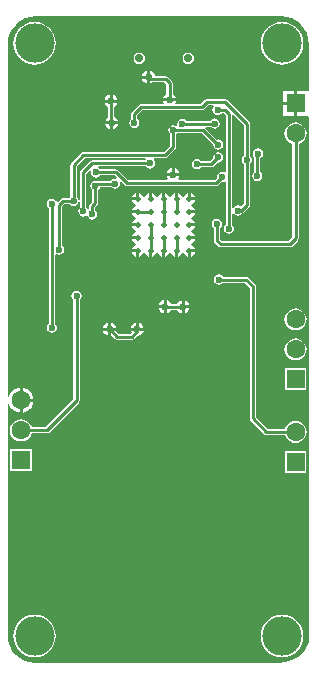
<source format=gbl>
G04*
G04 #@! TF.GenerationSoftware,Altium Limited,Altium Designer,20.0.9 (164)*
G04*
G04 Layer_Physical_Order=2*
G04 Layer_Color=16711680*
%FSAX25Y25*%
%MOIN*%
G70*
G01*
G75*
%ADD12C,0.01000*%
%ADD44C,0.06299*%
%ADD45R,0.06299X0.06299*%
%ADD46C,0.02756*%
%ADD48C,0.02362*%
%ADD49C,0.01968*%
%ADD50C,0.13123*%
G36*
X0194059Y0316317D02*
X0195792Y0315791D01*
X0197389Y0314938D01*
X0198752Y0313819D01*
X0198779Y0313779D01*
X0198819Y0313752D01*
X0199938Y0312389D01*
X0200791Y0310792D01*
X0201317Y0309059D01*
X0201490Y0307305D01*
X0201480Y0307257D01*
Y0292013D01*
X0201150Y0291650D01*
X0200980Y0291650D01*
X0197500D01*
Y0287500D01*
Y0283350D01*
X0200980D01*
X0201150Y0283350D01*
X0201480Y0282987D01*
Y0109536D01*
X0201484Y0109516D01*
X0201342Y0108068D01*
X0200914Y0106657D01*
X0200219Y0105357D01*
X0199296Y0104232D01*
X0199279Y0104221D01*
X0199272Y0104211D01*
X0197977Y0103104D01*
X0196514Y0102208D01*
X0194929Y0101551D01*
X0193261Y0101151D01*
X0191562Y0101017D01*
X0191550Y0101020D01*
X0110243D01*
X0110195Y0101010D01*
X0108441Y0101183D01*
X0106708Y0101709D01*
X0105111Y0102562D01*
X0103748Y0103681D01*
X0103721Y0103721D01*
X0103681Y0103748D01*
X0102562Y0105111D01*
X0101709Y0106708D01*
X0101183Y0108441D01*
X0101010Y0110195D01*
X0101020Y0110243D01*
Y0187167D01*
X0101520Y0187266D01*
X0101875Y0186407D01*
X0102541Y0185540D01*
X0103407Y0184875D01*
X0104417Y0184457D01*
X0105000Y0184380D01*
Y0188500D01*
Y0192620D01*
X0104417Y0192543D01*
X0103407Y0192125D01*
X0102541Y0191460D01*
X0101875Y0190593D01*
X0101520Y0189734D01*
X0101020Y0189833D01*
Y0301000D01*
Y0307257D01*
X0101010Y0307305D01*
X0101183Y0309059D01*
X0101709Y0310792D01*
X0102562Y0312389D01*
X0103681Y0313752D01*
X0103721Y0313779D01*
X0103748Y0313819D01*
X0105111Y0314938D01*
X0106708Y0315791D01*
X0108441Y0316317D01*
X0110195Y0316490D01*
X0110243Y0316480D01*
X0192257D01*
X0192305Y0316490D01*
X0194059Y0316317D01*
D02*
G37*
%LPC*%
G36*
X0161250Y0304415D02*
X0160517Y0304269D01*
X0159896Y0303854D01*
X0159481Y0303233D01*
X0159335Y0302500D01*
X0159481Y0301767D01*
X0159896Y0301146D01*
X0160517Y0300731D01*
X0161250Y0300585D01*
X0161983Y0300731D01*
X0162604Y0301146D01*
X0163019Y0301767D01*
X0163165Y0302500D01*
X0163019Y0303233D01*
X0162604Y0303854D01*
X0161983Y0304269D01*
X0161250Y0304415D01*
D02*
G37*
G36*
X0144911D02*
X0144179Y0304269D01*
X0143558Y0303854D01*
X0143142Y0303233D01*
X0142997Y0302500D01*
X0143142Y0301767D01*
X0143558Y0301146D01*
X0144179Y0300731D01*
X0144911Y0300585D01*
X0145644Y0300731D01*
X0146265Y0301146D01*
X0146680Y0301767D01*
X0146826Y0302500D01*
X0146680Y0303233D01*
X0146265Y0303854D01*
X0145644Y0304269D01*
X0144911Y0304415D01*
D02*
G37*
G36*
X0192500Y0314596D02*
X0191116Y0314459D01*
X0189785Y0314056D01*
X0188558Y0313400D01*
X0187483Y0312517D01*
X0186600Y0311442D01*
X0185944Y0310215D01*
X0185540Y0308884D01*
X0185404Y0307500D01*
X0185540Y0306116D01*
X0185944Y0304784D01*
X0186600Y0303558D01*
X0187483Y0302483D01*
X0188558Y0301600D01*
X0189785Y0300944D01*
X0191116Y0300540D01*
X0192500Y0300404D01*
X0193884Y0300540D01*
X0195215Y0300944D01*
X0196442Y0301600D01*
X0197518Y0302483D01*
X0198400Y0303558D01*
X0199056Y0304784D01*
X0199460Y0306116D01*
X0199596Y0307500D01*
X0199460Y0308884D01*
X0199056Y0310215D01*
X0198400Y0311442D01*
X0197518Y0312517D01*
X0196442Y0313400D01*
X0195215Y0314056D01*
X0193884Y0314459D01*
X0192500Y0314596D01*
D02*
G37*
G36*
X0110000D02*
X0108616Y0314459D01*
X0107284Y0314056D01*
X0106058Y0313400D01*
X0104982Y0312517D01*
X0104100Y0311442D01*
X0103444Y0310215D01*
X0103041Y0308884D01*
X0102904Y0307500D01*
X0103041Y0306116D01*
X0103444Y0304784D01*
X0104100Y0303558D01*
X0104982Y0302483D01*
X0106058Y0301600D01*
X0107284Y0300944D01*
X0108616Y0300540D01*
X0110000Y0300404D01*
X0111384Y0300540D01*
X0112715Y0300944D01*
X0113942Y0301600D01*
X0115017Y0302483D01*
X0115900Y0303558D01*
X0116556Y0304784D01*
X0116960Y0306116D01*
X0117096Y0307500D01*
X0116960Y0308884D01*
X0116556Y0310215D01*
X0115900Y0311442D01*
X0115017Y0312517D01*
X0113942Y0313400D01*
X0112715Y0314056D01*
X0111384Y0314459D01*
X0110000Y0314596D01*
D02*
G37*
G36*
X0147500Y0298374D02*
X0147149Y0298305D01*
X0146428Y0297822D01*
X0145946Y0297101D01*
X0145876Y0296750D01*
X0147500D01*
Y0298374D01*
D02*
G37*
G36*
Y0295750D02*
X0145876D01*
X0145946Y0295399D01*
X0146428Y0294677D01*
X0147149Y0294195D01*
X0147500Y0294126D01*
Y0295750D01*
D02*
G37*
G36*
X0148500Y0298374D02*
Y0296250D01*
Y0294126D01*
X0148851Y0294195D01*
X0149277Y0294480D01*
X0153328D01*
X0153980Y0293828D01*
Y0290692D01*
X0153428Y0290322D01*
X0152945Y0289601D01*
X0152876Y0289250D01*
X0157124D01*
X0157054Y0289601D01*
X0156572Y0290322D01*
X0156020Y0290692D01*
Y0294250D01*
X0155942Y0294640D01*
X0155721Y0294971D01*
X0154471Y0296221D01*
X0154140Y0296442D01*
X0153750Y0296520D01*
X0150170D01*
X0150055Y0297101D01*
X0149573Y0297822D01*
X0148851Y0298305D01*
X0148500Y0298374D01*
D02*
G37*
G36*
X0136000Y0290374D02*
Y0288750D01*
X0137624D01*
X0137555Y0289101D01*
X0137073Y0289823D01*
X0136351Y0290305D01*
X0136000Y0290374D01*
D02*
G37*
G36*
X0135000D02*
X0134649Y0290305D01*
X0133928Y0289823D01*
X0133446Y0289101D01*
X0133376Y0288750D01*
X0135000D01*
Y0290374D01*
D02*
G37*
G36*
X0196500Y0291650D02*
X0192850D01*
Y0288000D01*
X0196500D01*
Y0291650D01*
D02*
G37*
G36*
X0173500Y0289020D02*
X0167500D01*
X0167110Y0288942D01*
X0166779Y0288721D01*
X0165328Y0287270D01*
X0157164D01*
X0156929Y0287711D01*
X0157054Y0287899D01*
X0157124Y0288250D01*
X0152876D01*
X0152945Y0287899D01*
X0153071Y0287711D01*
X0152836Y0287270D01*
X0145500D01*
X0145110Y0287192D01*
X0144779Y0286971D01*
X0142529Y0284721D01*
X0142308Y0284390D01*
X0142230Y0284000D01*
Y0282341D01*
X0142038Y0282212D01*
X0141666Y0281656D01*
X0141536Y0281000D01*
X0141666Y0280344D01*
X0142038Y0279788D01*
X0142594Y0279416D01*
X0143250Y0279286D01*
X0143906Y0279416D01*
X0144462Y0279788D01*
X0144834Y0280344D01*
X0144964Y0281000D01*
X0144834Y0281656D01*
X0144462Y0282212D01*
X0144270Y0282341D01*
Y0283578D01*
X0145922Y0285230D01*
X0165750D01*
X0166140Y0285308D01*
X0166471Y0285529D01*
X0167922Y0286980D01*
X0169561D01*
X0169696Y0286712D01*
X0169754Y0286480D01*
X0169416Y0285975D01*
X0169286Y0285319D01*
X0169416Y0284663D01*
X0169788Y0284107D01*
X0170344Y0283735D01*
X0171000Y0283605D01*
X0171656Y0283735D01*
X0172212Y0284107D01*
X0172341Y0284299D01*
X0173009D01*
X0173730Y0283578D01*
Y0264776D01*
X0173289Y0264540D01*
X0173225Y0264584D01*
X0172569Y0264714D01*
X0171913Y0264584D01*
X0171357Y0264212D01*
X0170985Y0263656D01*
X0170855Y0263000D01*
X0170900Y0262773D01*
X0170147Y0262020D01*
X0158234D01*
X0157966Y0262520D01*
X0158220Y0262899D01*
X0158290Y0263250D01*
X0154041D01*
X0154111Y0262899D01*
X0154364Y0262520D01*
X0154097Y0262020D01*
X0141172D01*
X0137971Y0265221D01*
X0137640Y0265442D01*
X0137250Y0265520D01*
X0131841D01*
X0131712Y0265712D01*
X0131310Y0265980D01*
X0131462Y0266480D01*
X0147159D01*
X0147288Y0266288D01*
X0147844Y0265916D01*
X0148500Y0265786D01*
X0149156Y0265916D01*
X0149712Y0266288D01*
X0150084Y0266844D01*
X0150214Y0267500D01*
X0150084Y0268156D01*
X0149712Y0268712D01*
X0149684Y0268730D01*
X0149836Y0269230D01*
X0153500D01*
X0153890Y0269308D01*
X0154221Y0269529D01*
X0156971Y0272279D01*
X0157192Y0272610D01*
X0157270Y0273000D01*
Y0277159D01*
X0157462Y0277288D01*
X0157591Y0277480D01*
X0165828D01*
X0169540Y0273768D01*
X0169536Y0273750D01*
X0169666Y0273094D01*
X0170038Y0272538D01*
X0170594Y0272166D01*
X0171250Y0272036D01*
X0171906Y0272166D01*
X0172462Y0272538D01*
X0172834Y0273094D01*
X0172964Y0273750D01*
X0172834Y0274406D01*
X0172462Y0274962D01*
X0171906Y0275334D01*
X0171250Y0275464D01*
X0170815Y0275377D01*
X0166971Y0279221D01*
X0166957Y0279230D01*
X0167109Y0279730D01*
X0168659D01*
X0168788Y0279538D01*
X0169344Y0279166D01*
X0170000Y0279036D01*
X0170656Y0279166D01*
X0171212Y0279538D01*
X0171584Y0280094D01*
X0171714Y0280750D01*
X0171584Y0281406D01*
X0171212Y0281962D01*
X0170656Y0282334D01*
X0170000Y0282464D01*
X0169344Y0282334D01*
X0168788Y0281962D01*
X0168659Y0281770D01*
X0160545D01*
X0160462Y0281893D01*
X0159906Y0282265D01*
X0159250Y0282395D01*
X0158594Y0282265D01*
X0158038Y0281893D01*
X0157666Y0281337D01*
X0157536Y0280681D01*
X0157632Y0280200D01*
X0157206Y0279883D01*
X0156906Y0280084D01*
X0156250Y0280214D01*
X0155594Y0280084D01*
X0155038Y0279712D01*
X0154666Y0279156D01*
X0154536Y0278500D01*
X0154666Y0277844D01*
X0155038Y0277288D01*
X0155230Y0277159D01*
Y0273422D01*
X0153078Y0271270D01*
X0126250D01*
X0125860Y0271192D01*
X0125529Y0270971D01*
X0122279Y0267721D01*
X0122058Y0267390D01*
X0121980Y0267000D01*
Y0256341D01*
X0121788Y0256212D01*
X0121659Y0256020D01*
X0119500D01*
X0119110Y0255942D01*
X0118779Y0255721D01*
X0117819Y0254761D01*
X0117735Y0254743D01*
X0117203Y0254852D01*
X0116962Y0255212D01*
X0116406Y0255584D01*
X0115750Y0255714D01*
X0115094Y0255584D01*
X0114538Y0255212D01*
X0114166Y0254656D01*
X0114036Y0254000D01*
X0114166Y0253344D01*
X0114538Y0252788D01*
X0114730Y0252659D01*
Y0214091D01*
X0114538Y0213962D01*
X0114166Y0213406D01*
X0114036Y0212750D01*
X0114166Y0212094D01*
X0114538Y0211538D01*
X0115094Y0211166D01*
X0115750Y0211036D01*
X0116406Y0211166D01*
X0116962Y0211538D01*
X0117334Y0212094D01*
X0117464Y0212750D01*
X0117334Y0213406D01*
X0116962Y0213962D01*
X0116770Y0214091D01*
Y0237116D01*
X0117270Y0237383D01*
X0117594Y0237166D01*
X0118250Y0237036D01*
X0118906Y0237166D01*
X0119462Y0237538D01*
X0119834Y0238094D01*
X0119964Y0238750D01*
X0119834Y0239406D01*
X0119462Y0239962D01*
X0119270Y0240091D01*
Y0253328D01*
X0119922Y0253980D01*
X0121659D01*
X0121788Y0253788D01*
X0122344Y0253416D01*
X0123000Y0253286D01*
X0123656Y0253416D01*
X0124212Y0253788D01*
X0124584Y0254344D01*
X0124714Y0255000D01*
X0124584Y0255656D01*
X0124212Y0256212D01*
X0124020Y0256341D01*
Y0266578D01*
X0126672Y0269230D01*
X0146795D01*
X0147047Y0268730D01*
X0146891Y0268520D01*
X0129250D01*
X0128860Y0268442D01*
X0128529Y0268221D01*
X0125529Y0265221D01*
X0125308Y0264890D01*
X0125230Y0264500D01*
Y0252841D01*
X0125038Y0252712D01*
X0124666Y0252156D01*
X0124536Y0251500D01*
X0124666Y0250844D01*
X0125038Y0250288D01*
X0125594Y0249916D01*
X0126250Y0249786D01*
X0126906Y0249916D01*
X0127114Y0250056D01*
X0127666Y0249844D01*
X0128038Y0249288D01*
X0128594Y0248916D01*
X0129250Y0248786D01*
X0129906Y0248916D01*
X0130462Y0249288D01*
X0130834Y0249844D01*
X0130964Y0250500D01*
X0130834Y0251156D01*
X0130462Y0251712D01*
X0130270Y0251841D01*
Y0252828D01*
X0130971Y0253529D01*
X0131192Y0253860D01*
X0131270Y0254250D01*
Y0258659D01*
X0131462Y0258788D01*
X0131834Y0259344D01*
X0131910Y0259730D01*
X0135409D01*
X0135538Y0259538D01*
X0136094Y0259166D01*
X0136750Y0259036D01*
X0137406Y0259166D01*
X0137962Y0259538D01*
X0138334Y0260094D01*
X0138464Y0260750D01*
X0138368Y0261233D01*
X0138829Y0261479D01*
X0140029Y0260279D01*
X0140360Y0260058D01*
X0140750Y0259980D01*
X0170569D01*
X0170959Y0260058D01*
X0171290Y0260279D01*
X0172342Y0261331D01*
X0172569Y0261286D01*
X0173225Y0261416D01*
X0173289Y0261460D01*
X0173730Y0261224D01*
Y0247091D01*
X0173538Y0246962D01*
X0173166Y0246406D01*
X0173036Y0245750D01*
X0173166Y0245094D01*
X0173538Y0244538D01*
X0174094Y0244166D01*
X0174750Y0244036D01*
X0175406Y0244166D01*
X0175962Y0244538D01*
X0176334Y0245094D01*
X0176464Y0245750D01*
X0176334Y0246406D01*
X0175962Y0246962D01*
X0175770Y0247091D01*
Y0250788D01*
X0176270Y0250940D01*
X0176538Y0250538D01*
X0177094Y0250166D01*
X0177750Y0250036D01*
X0178406Y0250166D01*
X0178962Y0250538D01*
X0179144Y0250811D01*
X0179471Y0251029D01*
X0181471Y0253029D01*
X0181692Y0253360D01*
X0181770Y0253750D01*
Y0267409D01*
X0181962Y0267538D01*
X0182334Y0268094D01*
X0182464Y0268750D01*
X0182334Y0269406D01*
X0181962Y0269962D01*
X0181770Y0270091D01*
Y0280750D01*
X0181692Y0281140D01*
X0181471Y0281471D01*
X0174221Y0288721D01*
X0173890Y0288942D01*
X0173500Y0289020D01*
D02*
G37*
G36*
X0196500Y0287000D02*
X0192850D01*
Y0283350D01*
X0196500D01*
Y0287000D01*
D02*
G37*
G36*
X0137624Y0287750D02*
X0133376D01*
X0133446Y0287399D01*
X0133928Y0286678D01*
X0134480Y0286308D01*
Y0282775D01*
X0134177Y0282573D01*
X0133695Y0281851D01*
X0133626Y0281500D01*
X0137874D01*
X0137804Y0281851D01*
X0137322Y0282573D01*
X0136601Y0283055D01*
X0136520Y0283071D01*
Y0286308D01*
X0137073Y0286678D01*
X0137555Y0287399D01*
X0137624Y0287750D01*
D02*
G37*
G36*
X0137874Y0280500D02*
X0136250D01*
Y0278876D01*
X0136601Y0278945D01*
X0137322Y0279428D01*
X0137804Y0280149D01*
X0137874Y0280500D01*
D02*
G37*
G36*
X0135250D02*
X0133626D01*
X0133695Y0280149D01*
X0134177Y0279428D01*
X0134899Y0278945D01*
X0135250Y0278876D01*
Y0280500D01*
D02*
G37*
G36*
X0171250Y0271214D02*
X0170594Y0271084D01*
X0170038Y0270712D01*
X0169666Y0270156D01*
X0169536Y0269500D01*
X0169581Y0269273D01*
X0168556Y0268248D01*
X0165517D01*
X0165388Y0268440D01*
X0164832Y0268812D01*
X0164176Y0268942D01*
X0163521Y0268812D01*
X0162964Y0268440D01*
X0162593Y0267884D01*
X0162462Y0267228D01*
X0162593Y0266572D01*
X0162964Y0266016D01*
X0163521Y0265645D01*
X0164176Y0265514D01*
X0164832Y0265645D01*
X0165388Y0266016D01*
X0165517Y0266209D01*
X0168978D01*
X0169368Y0266286D01*
X0169699Y0266507D01*
X0171023Y0267831D01*
X0171250Y0267786D01*
X0171906Y0267916D01*
X0172462Y0268288D01*
X0172834Y0268844D01*
X0172964Y0269500D01*
X0172834Y0270156D01*
X0172462Y0270712D01*
X0171906Y0271084D01*
X0171250Y0271214D01*
D02*
G37*
G36*
X0156665Y0265874D02*
Y0264250D01*
X0158290D01*
X0158220Y0264601D01*
X0157738Y0265322D01*
X0157016Y0265805D01*
X0156665Y0265874D01*
D02*
G37*
G36*
X0155665D02*
X0155314Y0265805D01*
X0154593Y0265322D01*
X0154111Y0264601D01*
X0154041Y0264250D01*
X0155665D01*
Y0265874D01*
D02*
G37*
G36*
X0184500Y0272464D02*
X0183844Y0272334D01*
X0183288Y0271962D01*
X0182916Y0271406D01*
X0182786Y0270750D01*
X0182916Y0270094D01*
X0183230Y0269624D01*
Y0264591D01*
X0183038Y0264462D01*
X0182666Y0263906D01*
X0182536Y0263250D01*
X0182666Y0262594D01*
X0183038Y0262038D01*
X0183594Y0261666D01*
X0184250Y0261536D01*
X0184906Y0261666D01*
X0185462Y0262038D01*
X0185834Y0262594D01*
X0185964Y0263250D01*
X0185834Y0263906D01*
X0185462Y0264462D01*
X0185270Y0264591D01*
Y0269242D01*
X0185712Y0269538D01*
X0186084Y0270094D01*
X0186214Y0270750D01*
X0186084Y0271406D01*
X0185712Y0271962D01*
X0185156Y0272334D01*
X0184500Y0272464D01*
D02*
G37*
G36*
X0161161Y0257585D02*
X0160887Y0257530D01*
X0160231Y0257092D01*
X0159792Y0256436D01*
X0159751Y0256228D01*
X0159241D01*
X0159200Y0256436D01*
X0158761Y0257092D01*
X0158105Y0257530D01*
X0157831Y0257585D01*
Y0255661D01*
X0156831D01*
Y0257585D01*
X0156556Y0257530D01*
X0155900Y0257092D01*
X0155462Y0256436D01*
X0155420Y0256228D01*
X0154911D01*
X0154869Y0256436D01*
X0154431Y0257092D01*
X0153774Y0257530D01*
X0153500Y0257585D01*
Y0255661D01*
X0152500D01*
Y0257585D01*
X0152226Y0257530D01*
X0151569Y0257092D01*
X0151131Y0256436D01*
X0151090Y0256228D01*
X0150580D01*
X0150538Y0256436D01*
X0150100Y0257092D01*
X0149443Y0257530D01*
X0149169Y0257585D01*
Y0255661D01*
X0148169D01*
Y0257585D01*
X0147895Y0257530D01*
X0147239Y0257092D01*
X0146800Y0256436D01*
X0146759Y0256228D01*
X0146249D01*
X0146208Y0256436D01*
X0145769Y0257092D01*
X0145113Y0257530D01*
X0144839Y0257585D01*
Y0255661D01*
X0144339D01*
Y0255161D01*
X0142415D01*
X0142470Y0254887D01*
X0142908Y0254231D01*
X0143564Y0253792D01*
X0143772Y0253751D01*
Y0253241D01*
X0143564Y0253200D01*
X0142908Y0252761D01*
X0142470Y0252105D01*
X0142415Y0251831D01*
X0144339D01*
Y0250831D01*
X0142415D01*
X0142470Y0250556D01*
X0142908Y0249900D01*
X0143564Y0249462D01*
X0143772Y0249420D01*
Y0248910D01*
X0143564Y0248869D01*
X0142908Y0248431D01*
X0142470Y0247774D01*
X0142415Y0247500D01*
X0144339D01*
Y0246500D01*
X0142415D01*
X0142470Y0246226D01*
X0142908Y0245569D01*
X0143564Y0245131D01*
X0143772Y0245090D01*
Y0244580D01*
X0143564Y0244538D01*
X0142908Y0244100D01*
X0142470Y0243443D01*
X0142415Y0243169D01*
X0144339D01*
Y0242169D01*
X0142415D01*
X0142470Y0241895D01*
X0142908Y0241239D01*
X0143564Y0240800D01*
X0143772Y0240759D01*
Y0240249D01*
X0143564Y0240208D01*
X0142908Y0239769D01*
X0142470Y0239113D01*
X0142415Y0238839D01*
X0144339D01*
Y0238339D01*
X0144839D01*
Y0236415D01*
X0145113Y0236470D01*
X0145769Y0236908D01*
X0146208Y0237564D01*
X0146249Y0237772D01*
X0146759D01*
X0146800Y0237564D01*
X0147239Y0236908D01*
X0147895Y0236470D01*
X0148169Y0236415D01*
Y0238339D01*
X0149169D01*
Y0236415D01*
X0149443Y0236470D01*
X0150100Y0236908D01*
X0150538Y0237564D01*
X0150580Y0237772D01*
X0151090D01*
X0151131Y0237564D01*
X0151569Y0236908D01*
X0152226Y0236470D01*
X0152500Y0236415D01*
Y0238339D01*
X0153500D01*
Y0236415D01*
X0153774Y0236470D01*
X0154431Y0236908D01*
X0154869Y0237564D01*
X0154911Y0237772D01*
X0155420D01*
X0155462Y0237564D01*
X0155900Y0236908D01*
X0156556Y0236470D01*
X0156831Y0236415D01*
Y0238339D01*
X0157831D01*
Y0236415D01*
X0158105Y0236470D01*
X0158761Y0236908D01*
X0159200Y0237564D01*
X0159241Y0237772D01*
X0159751D01*
X0159792Y0237564D01*
X0160231Y0236908D01*
X0160887Y0236470D01*
X0161161Y0236415D01*
Y0238339D01*
X0161661D01*
Y0238839D01*
X0163585D01*
X0163531Y0239113D01*
X0163092Y0239769D01*
X0162436Y0240208D01*
X0162228Y0240249D01*
Y0240759D01*
X0162436Y0240800D01*
X0163092Y0241239D01*
X0163531Y0241895D01*
X0163585Y0242169D01*
X0161661D01*
Y0243169D01*
X0163585D01*
X0163531Y0243443D01*
X0163092Y0244100D01*
X0162436Y0244538D01*
X0162228Y0244580D01*
Y0245090D01*
X0162436Y0245131D01*
X0163092Y0245569D01*
X0163531Y0246226D01*
X0163585Y0246500D01*
X0161661D01*
Y0247500D01*
X0163585D01*
X0163531Y0247774D01*
X0163092Y0248431D01*
X0162436Y0248869D01*
X0162228Y0248910D01*
Y0249420D01*
X0162436Y0249462D01*
X0163092Y0249900D01*
X0163531Y0250556D01*
X0163585Y0250831D01*
X0161661D01*
Y0251831D01*
X0163585D01*
X0163531Y0252105D01*
X0163092Y0252761D01*
X0162436Y0253200D01*
X0162228Y0253241D01*
Y0253751D01*
X0162436Y0253792D01*
X0163092Y0254231D01*
X0163531Y0254887D01*
X0163585Y0255161D01*
X0161661D01*
Y0255661D01*
X0161161D01*
Y0257585D01*
D02*
G37*
G36*
X0162161D02*
Y0256161D01*
X0163585D01*
X0163531Y0256436D01*
X0163092Y0257092D01*
X0162436Y0257530D01*
X0162161Y0257585D01*
D02*
G37*
G36*
X0143839D02*
X0143564Y0257530D01*
X0142908Y0257092D01*
X0142470Y0256436D01*
X0142415Y0256161D01*
X0143839D01*
Y0257585D01*
D02*
G37*
G36*
X0197000Y0281181D02*
X0196047Y0281056D01*
X0195159Y0280688D01*
X0194397Y0280103D01*
X0193812Y0279341D01*
X0193444Y0278453D01*
X0193319Y0277500D01*
X0193444Y0276547D01*
X0193812Y0275659D01*
X0194397Y0274897D01*
X0195159Y0274312D01*
X0195980Y0273972D01*
Y0242922D01*
X0194578Y0241520D01*
X0172422D01*
X0171770Y0242172D01*
Y0245909D01*
X0171962Y0246038D01*
X0172334Y0246594D01*
X0172464Y0247250D01*
X0172334Y0247906D01*
X0171962Y0248462D01*
X0171406Y0248834D01*
X0170750Y0248964D01*
X0170094Y0248834D01*
X0169538Y0248462D01*
X0169166Y0247906D01*
X0169036Y0247250D01*
X0169166Y0246594D01*
X0169538Y0246038D01*
X0169730Y0245909D01*
Y0241750D01*
X0169808Y0241360D01*
X0170029Y0241029D01*
X0171279Y0239779D01*
X0171610Y0239558D01*
X0172000Y0239480D01*
X0195000D01*
X0195390Y0239558D01*
X0195721Y0239779D01*
X0197721Y0241779D01*
X0197942Y0242110D01*
X0198020Y0242500D01*
Y0273972D01*
X0198840Y0274312D01*
X0199603Y0274897D01*
X0200188Y0275659D01*
X0200556Y0276547D01*
X0200681Y0277500D01*
X0200556Y0278453D01*
X0200188Y0279341D01*
X0199603Y0280103D01*
X0198840Y0280688D01*
X0197953Y0281056D01*
X0197000Y0281181D01*
D02*
G37*
G36*
X0163585Y0237839D02*
X0162161D01*
Y0236415D01*
X0162436Y0236470D01*
X0163092Y0236908D01*
X0163531Y0237564D01*
X0163585Y0237839D01*
D02*
G37*
G36*
X0143839D02*
X0142415D01*
X0142470Y0237564D01*
X0142908Y0236908D01*
X0143564Y0236470D01*
X0143839Y0236415D01*
Y0237839D01*
D02*
G37*
G36*
X0153000Y0221874D02*
X0152649Y0221805D01*
X0151927Y0221322D01*
X0151445Y0220601D01*
X0151376Y0220250D01*
X0153000D01*
Y0221874D01*
D02*
G37*
G36*
X0160000Y0221768D02*
Y0220144D01*
X0161624D01*
X0161555Y0220495D01*
X0161073Y0221216D01*
X0160351Y0221698D01*
X0160000Y0221768D01*
D02*
G37*
G36*
X0153000Y0219250D02*
X0151376D01*
X0151445Y0218899D01*
X0151927Y0218178D01*
X0152649Y0217695D01*
X0153000Y0217626D01*
Y0219250D01*
D02*
G37*
G36*
X0161624Y0219144D02*
X0160000D01*
Y0217519D01*
X0160351Y0217589D01*
X0161073Y0218071D01*
X0161555Y0218793D01*
X0161624Y0219144D01*
D02*
G37*
G36*
X0154000Y0221874D02*
Y0219750D01*
Y0217626D01*
X0154351Y0217695D01*
X0155072Y0218178D01*
X0155406Y0218677D01*
X0157523D01*
X0157928Y0218071D01*
X0158649Y0217589D01*
X0159000Y0217519D01*
Y0219644D01*
Y0221768D01*
X0158649Y0221698D01*
X0157928Y0221216D01*
X0157594Y0220716D01*
X0155477D01*
X0155072Y0221322D01*
X0154351Y0221805D01*
X0154000Y0221874D01*
D02*
G37*
G36*
X0144750Y0214374D02*
Y0212750D01*
X0146374D01*
X0146305Y0213101D01*
X0145823Y0213823D01*
X0145101Y0214305D01*
X0144750Y0214374D01*
D02*
G37*
G36*
X0143750D02*
X0143399Y0214305D01*
X0142677Y0213823D01*
X0142195Y0213101D01*
X0142126Y0212750D01*
X0143750D01*
Y0214374D01*
D02*
G37*
G36*
X0135500D02*
Y0212750D01*
X0137124D01*
X0137055Y0213101D01*
X0136573Y0213823D01*
X0135851Y0214305D01*
X0135500Y0214374D01*
D02*
G37*
G36*
X0134500D02*
X0134149Y0214305D01*
X0133428Y0213823D01*
X0132946Y0213101D01*
X0132876Y0212750D01*
X0134500D01*
Y0214374D01*
D02*
G37*
G36*
X0197000Y0219181D02*
X0196047Y0219056D01*
X0195159Y0218688D01*
X0194397Y0218103D01*
X0193812Y0217340D01*
X0193444Y0216453D01*
X0193319Y0215500D01*
X0193444Y0214547D01*
X0193812Y0213660D01*
X0194397Y0212897D01*
X0195159Y0212312D01*
X0196047Y0211944D01*
X0197000Y0211819D01*
X0197953Y0211944D01*
X0198840Y0212312D01*
X0199603Y0212897D01*
X0200188Y0213660D01*
X0200556Y0214547D01*
X0200681Y0215500D01*
X0200556Y0216453D01*
X0200188Y0217340D01*
X0199603Y0218103D01*
X0198840Y0218688D01*
X0197953Y0219056D01*
X0197000Y0219181D01*
D02*
G37*
G36*
X0146374Y0211750D02*
X0142126D01*
X0142195Y0211399D01*
X0142360Y0211153D01*
X0142052Y0210770D01*
X0137922D01*
X0137094Y0211598D01*
X0137124Y0211750D01*
X0135500D01*
Y0210126D01*
X0135652Y0210156D01*
X0136779Y0209029D01*
X0137110Y0208808D01*
X0137500Y0208730D01*
X0142500D01*
X0142890Y0208808D01*
X0143221Y0209029D01*
X0144223Y0210032D01*
X0144250Y0210026D01*
X0145101Y0210195D01*
X0145823Y0210678D01*
X0146305Y0211399D01*
X0146374Y0211750D01*
D02*
G37*
G36*
X0134500D02*
X0132876D01*
X0132946Y0211399D01*
X0133428Y0210678D01*
X0134149Y0210195D01*
X0134500Y0210126D01*
Y0211750D01*
D02*
G37*
G36*
X0197000Y0209181D02*
X0196047Y0209056D01*
X0195159Y0208688D01*
X0194397Y0208103D01*
X0193812Y0207341D01*
X0193444Y0206453D01*
X0193319Y0205500D01*
X0193444Y0204547D01*
X0193812Y0203660D01*
X0194397Y0202897D01*
X0195159Y0202312D01*
X0196047Y0201944D01*
X0197000Y0201819D01*
X0197953Y0201944D01*
X0198840Y0202312D01*
X0199603Y0202897D01*
X0200188Y0203660D01*
X0200556Y0204547D01*
X0200681Y0205500D01*
X0200556Y0206453D01*
X0200188Y0207341D01*
X0199603Y0208103D01*
X0198840Y0208688D01*
X0197953Y0209056D01*
X0197000Y0209181D01*
D02*
G37*
G36*
X0200650Y0199150D02*
X0193350D01*
Y0191850D01*
X0200650D01*
Y0199150D01*
D02*
G37*
G36*
X0106000Y0192620D02*
Y0189000D01*
X0109620D01*
X0109543Y0189583D01*
X0109125Y0190593D01*
X0108459Y0191460D01*
X0107593Y0192125D01*
X0106583Y0192543D01*
X0106000Y0192620D01*
D02*
G37*
G36*
X0109620Y0188000D02*
X0106000D01*
Y0184380D01*
X0106583Y0184457D01*
X0107593Y0184875D01*
X0108459Y0185540D01*
X0109125Y0186407D01*
X0109543Y0187417D01*
X0109620Y0188000D01*
D02*
G37*
G36*
X0124000Y0224964D02*
X0123344Y0224834D01*
X0122788Y0224462D01*
X0122416Y0223906D01*
X0122286Y0223250D01*
X0122416Y0222594D01*
X0122788Y0222038D01*
X0122980Y0221909D01*
Y0188922D01*
X0113578Y0179520D01*
X0109028D01*
X0108688Y0180341D01*
X0108103Y0181103D01*
X0107341Y0181688D01*
X0106453Y0182056D01*
X0105500Y0182181D01*
X0104547Y0182056D01*
X0103659Y0181688D01*
X0102897Y0181103D01*
X0102312Y0180341D01*
X0101944Y0179453D01*
X0101819Y0178500D01*
X0101944Y0177547D01*
X0102312Y0176660D01*
X0102897Y0175897D01*
X0103659Y0175312D01*
X0104547Y0174944D01*
X0105500Y0174819D01*
X0106453Y0174944D01*
X0107341Y0175312D01*
X0108103Y0175897D01*
X0108688Y0176660D01*
X0109028Y0177480D01*
X0114000D01*
X0114390Y0177558D01*
X0114721Y0177779D01*
X0124721Y0187779D01*
X0124942Y0188110D01*
X0125020Y0188500D01*
Y0221909D01*
X0125212Y0222038D01*
X0125584Y0222594D01*
X0125714Y0223250D01*
X0125584Y0223906D01*
X0125212Y0224462D01*
X0124656Y0224834D01*
X0124000Y0224964D01*
D02*
G37*
G36*
X0171500Y0230464D02*
X0170844Y0230334D01*
X0170288Y0229962D01*
X0169916Y0229406D01*
X0169786Y0228750D01*
X0169916Y0228094D01*
X0170288Y0227538D01*
X0170844Y0227166D01*
X0171500Y0227036D01*
X0172156Y0227166D01*
X0172712Y0227538D01*
X0172841Y0227730D01*
X0180078D01*
X0181730Y0226078D01*
Y0182500D01*
X0181808Y0182110D01*
X0182029Y0181779D01*
X0186529Y0177279D01*
X0186860Y0177058D01*
X0187250Y0176980D01*
X0193472D01*
X0193812Y0176160D01*
X0194397Y0175397D01*
X0195159Y0174812D01*
X0196047Y0174444D01*
X0197000Y0174319D01*
X0197953Y0174444D01*
X0198840Y0174812D01*
X0199603Y0175397D01*
X0200188Y0176160D01*
X0200556Y0177047D01*
X0200681Y0178000D01*
X0200556Y0178953D01*
X0200188Y0179841D01*
X0199603Y0180603D01*
X0198840Y0181188D01*
X0197953Y0181556D01*
X0197000Y0181681D01*
X0196047Y0181556D01*
X0195159Y0181188D01*
X0194397Y0180603D01*
X0193812Y0179841D01*
X0193472Y0179020D01*
X0187672D01*
X0183770Y0182922D01*
Y0226500D01*
X0183692Y0226890D01*
X0183471Y0227221D01*
X0181221Y0229471D01*
X0180890Y0229692D01*
X0180500Y0229770D01*
X0172841D01*
X0172712Y0229962D01*
X0172156Y0230334D01*
X0171500Y0230464D01*
D02*
G37*
G36*
X0109150Y0172150D02*
X0101850D01*
Y0164850D01*
X0109150D01*
Y0172150D01*
D02*
G37*
G36*
X0200650Y0171650D02*
X0193350D01*
Y0164350D01*
X0200650D01*
Y0171650D01*
D02*
G37*
G36*
X0192500Y0117096D02*
X0191116Y0116960D01*
X0189785Y0116556D01*
X0188558Y0115900D01*
X0187483Y0115017D01*
X0186600Y0113942D01*
X0185944Y0112715D01*
X0185540Y0111384D01*
X0185404Y0110000D01*
X0185540Y0108616D01*
X0185944Y0107284D01*
X0186600Y0106058D01*
X0187483Y0104982D01*
X0188558Y0104100D01*
X0189785Y0103444D01*
X0191116Y0103041D01*
X0192500Y0102904D01*
X0193884Y0103041D01*
X0195215Y0103444D01*
X0196442Y0104100D01*
X0197518Y0104982D01*
X0198400Y0106058D01*
X0199056Y0107284D01*
X0199460Y0108616D01*
X0199596Y0110000D01*
X0199460Y0111384D01*
X0199056Y0112715D01*
X0198400Y0113942D01*
X0197518Y0115017D01*
X0196442Y0115900D01*
X0195215Y0116556D01*
X0193884Y0116960D01*
X0192500Y0117096D01*
D02*
G37*
G36*
X0110000D02*
X0108616Y0116960D01*
X0107284Y0116556D01*
X0106058Y0115900D01*
X0104982Y0115017D01*
X0104100Y0113942D01*
X0103444Y0112715D01*
X0103041Y0111384D01*
X0102904Y0110000D01*
X0103041Y0108616D01*
X0103444Y0107284D01*
X0104100Y0106058D01*
X0104982Y0104982D01*
X0106058Y0104100D01*
X0107284Y0103444D01*
X0108616Y0103041D01*
X0110000Y0102904D01*
X0111384Y0103041D01*
X0112715Y0103444D01*
X0113942Y0104100D01*
X0115017Y0104982D01*
X0115900Y0106058D01*
X0116556Y0107284D01*
X0116960Y0108616D01*
X0117096Y0110000D01*
X0116960Y0111384D01*
X0116556Y0112715D01*
X0115900Y0113942D01*
X0115017Y0115017D01*
X0113942Y0115900D01*
X0112715Y0116556D01*
X0111384Y0116960D01*
X0110000Y0117096D01*
D02*
G37*
%LPD*%
G36*
X0128882Y0264983D02*
X0128786Y0264500D01*
X0128916Y0263844D01*
X0129288Y0263288D01*
X0129844Y0262916D01*
X0130500Y0262786D01*
X0131156Y0262916D01*
X0131712Y0263288D01*
X0131841Y0263480D01*
X0136828D01*
X0137479Y0262829D01*
X0137233Y0262368D01*
X0136750Y0262464D01*
X0136094Y0262334D01*
X0135538Y0261962D01*
X0135409Y0261770D01*
X0131000D01*
X0130610Y0261692D01*
X0130553Y0261654D01*
X0130250Y0261714D01*
X0129594Y0261584D01*
X0129038Y0261212D01*
X0128666Y0260656D01*
X0128536Y0260000D01*
X0128666Y0259344D01*
X0129038Y0258788D01*
X0129230Y0258659D01*
Y0254672D01*
X0128529Y0253971D01*
X0128308Y0253640D01*
X0128230Y0253250D01*
Y0252462D01*
X0127730Y0252310D01*
X0127462Y0252712D01*
X0127270Y0252841D01*
Y0264078D01*
X0128421Y0265229D01*
X0128882Y0264983D01*
D02*
G37*
G36*
X0179730Y0280328D02*
Y0270091D01*
X0179538Y0269962D01*
X0179166Y0269406D01*
X0179036Y0268750D01*
X0179166Y0268094D01*
X0179538Y0267538D01*
X0179730Y0267409D01*
Y0254172D01*
X0178697Y0253139D01*
X0178406Y0253334D01*
X0177750Y0253464D01*
X0177094Y0253334D01*
X0176538Y0252962D01*
X0176270Y0252560D01*
X0175770Y0252712D01*
Y0283581D01*
X0176270Y0283788D01*
X0179730Y0280328D01*
D02*
G37*
D12*
X0187250Y0178000D02*
X0197000D01*
X0182750Y0182500D02*
Y0226500D01*
Y0182500D02*
X0187250Y0178000D01*
X0171500Y0228750D02*
X0180500D01*
X0182750Y0226500D01*
X0130250Y0254250D02*
Y0260000D01*
X0131000Y0260750D01*
X0126250Y0251500D02*
Y0264500D01*
X0129250Y0267500D01*
X0123000Y0267000D02*
X0126250Y0270250D01*
X0153500D01*
X0129250Y0267500D02*
X0148500D01*
X0129250Y0253250D02*
X0130250Y0254250D01*
X0129250Y0250500D02*
Y0253250D01*
X0123000Y0255000D02*
Y0267000D01*
X0153500Y0270250D02*
X0156250Y0273000D01*
Y0278500D01*
X0131000Y0260750D02*
X0136750D01*
X0135500Y0281250D02*
X0135750Y0281000D01*
X0184250Y0263250D02*
Y0270500D01*
X0144250Y0211500D02*
Y0212250D01*
X0142500Y0209750D02*
X0144250Y0211500D01*
X0137500Y0209750D02*
X0142500D01*
X0135000Y0212250D02*
X0137500Y0209750D01*
X0153000Y0238339D02*
Y0242669D01*
X0157331Y0238339D02*
Y0242669D01*
X0148669Y0238339D02*
Y0242669D01*
X0153000Y0251331D02*
Y0255661D01*
X0157331Y0251331D02*
Y0255661D01*
X0148669Y0242669D02*
Y0247000D01*
X0153000D02*
Y0251331D01*
X0144339D02*
X0148669D01*
X0153500Y0219750D02*
X0153553Y0219697D01*
X0159447D01*
X0159500Y0219644D01*
X0119500Y0255000D02*
X0123000D01*
X0118250Y0238750D02*
Y0253750D01*
X0119500Y0255000D01*
X0140750Y0261000D02*
X0170569D01*
X0172569Y0263000D01*
X0130500Y0264500D02*
X0137250D01*
X0140750Y0261000D01*
X0197000Y0242500D02*
Y0277500D01*
X0195000Y0240500D02*
X0197000Y0242500D01*
X0172000Y0240500D02*
X0195000D01*
X0170750Y0241750D02*
Y0247250D01*
Y0241750D02*
X0172000Y0240500D01*
X0171000Y0285319D02*
X0173431D01*
X0174750Y0245750D02*
Y0284000D01*
X0173431Y0285319D02*
X0174750Y0284000D01*
X0173500Y0288000D02*
X0180750Y0280750D01*
X0167500Y0288000D02*
X0173500D01*
X0165750Y0286250D02*
X0167500Y0288000D01*
X0180750Y0268750D02*
Y0280750D01*
X0145500Y0286250D02*
X0165750D01*
X0143250Y0284000D02*
X0145500Y0286250D01*
X0155000Y0288750D02*
Y0294250D01*
X0143250Y0281000D02*
Y0284000D01*
X0115750Y0212750D02*
Y0254000D01*
X0135500Y0281250D02*
Y0288250D01*
X0177750Y0251750D02*
X0178750D01*
X0180750Y0253750D01*
Y0268750D01*
X0184250Y0270500D02*
X0184500Y0270750D01*
X0164176Y0267228D02*
X0168978D01*
X0171250Y0269500D01*
X0171000Y0273750D02*
X0171250D01*
X0159250Y0280681D02*
X0159319Y0280750D01*
X0156250Y0278500D02*
X0166250D01*
X0171000Y0273750D01*
X0159319Y0280750D02*
X0170000D01*
X0172569Y0263000D02*
Y0263369D01*
X0148586Y0295500D02*
X0153750D01*
X0148000Y0296086D02*
Y0296250D01*
Y0296086D02*
X0148586Y0295500D01*
X0153750D02*
X0155000Y0294250D01*
X0114000Y0178500D02*
X0124000Y0188500D01*
Y0223250D01*
X0105500Y0178500D02*
X0114000D01*
D44*
X0197000Y0178000D02*
D03*
Y0277500D02*
D03*
Y0205500D02*
D03*
Y0215500D02*
D03*
X0105500Y0178500D02*
D03*
Y0188500D02*
D03*
D45*
X0197000Y0168000D02*
D03*
Y0287500D02*
D03*
Y0195500D02*
D03*
X0105500Y0168500D02*
D03*
D46*
X0161250Y0302500D02*
D03*
X0144911D02*
D03*
D48*
X0171500Y0228750D02*
D03*
X0130250Y0260000D02*
D03*
X0135750Y0281000D02*
D03*
X0184250Y0263250D02*
D03*
X0144250Y0212250D02*
D03*
X0135000D02*
D03*
X0156165Y0263750D02*
D03*
X0159500Y0219644D02*
D03*
X0153500Y0219750D02*
D03*
X0126250Y0251500D02*
D03*
X0129250Y0250500D02*
D03*
X0118250Y0238750D02*
D03*
X0123000Y0255000D02*
D03*
X0174750Y0245750D02*
D03*
X0170750Y0247250D02*
D03*
X0171000Y0285319D02*
D03*
X0155000Y0288750D02*
D03*
X0143250Y0281000D02*
D03*
X0115750Y0254000D02*
D03*
Y0212750D02*
D03*
X0135500Y0288250D02*
D03*
X0177750Y0251750D02*
D03*
X0180750Y0268750D02*
D03*
X0171250Y0269500D02*
D03*
X0164176Y0267228D02*
D03*
X0184500Y0270750D02*
D03*
X0171250Y0273750D02*
D03*
X0159250Y0280681D02*
D03*
X0156250Y0278500D02*
D03*
X0172569Y0263000D02*
D03*
X0170000Y0280750D02*
D03*
X0148000Y0296250D02*
D03*
X0124000Y0223250D02*
D03*
X0148500Y0267500D02*
D03*
X0136750Y0260750D02*
D03*
X0130500Y0264500D02*
D03*
D49*
X0161661Y0255661D02*
D03*
Y0251331D02*
D03*
Y0247000D02*
D03*
Y0242669D02*
D03*
Y0238339D02*
D03*
X0157331Y0255661D02*
D03*
Y0251331D02*
D03*
Y0247000D02*
D03*
Y0242669D02*
D03*
Y0238339D02*
D03*
X0153000Y0255661D02*
D03*
Y0251331D02*
D03*
Y0247000D02*
D03*
Y0242669D02*
D03*
Y0238339D02*
D03*
X0148669Y0255661D02*
D03*
Y0251331D02*
D03*
Y0247000D02*
D03*
Y0242669D02*
D03*
Y0238339D02*
D03*
X0144339Y0255661D02*
D03*
Y0251331D02*
D03*
Y0247000D02*
D03*
Y0242669D02*
D03*
Y0238339D02*
D03*
D50*
X0110000Y0307500D02*
D03*
X0192500D02*
D03*
Y0110000D02*
D03*
X0110000D02*
D03*
M02*

</source>
